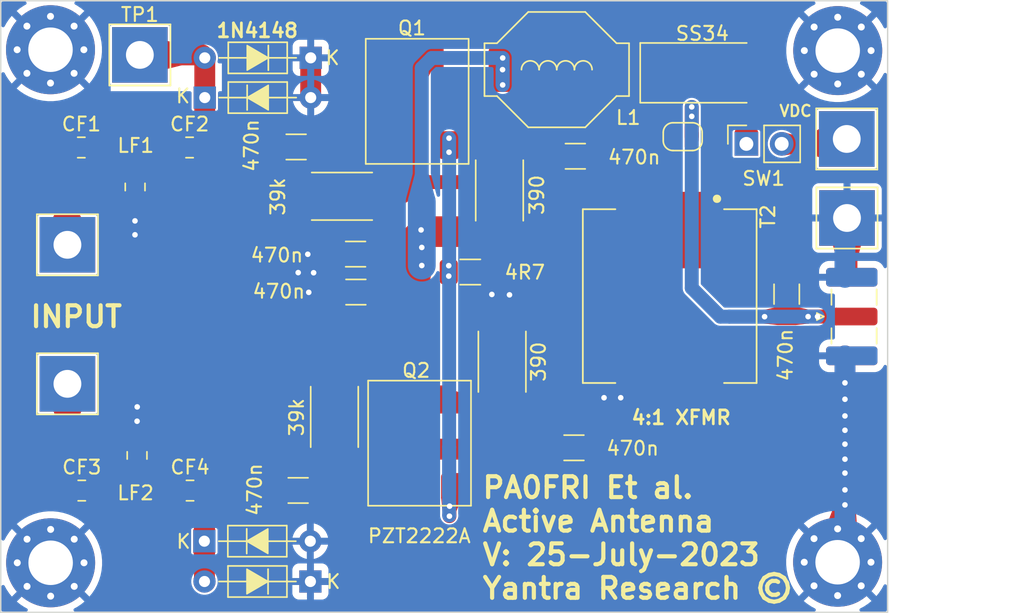
<source format=kicad_pcb>
(kicad_pcb
	(version 20241228)
	(generator "pcbnew")
	(generator_version "9.0")
	(general
		(thickness 1.6)
		(legacy_teardrops no)
	)
	(paper "User" 299.999 299.999)
	(layers
		(0 "F.Cu" signal)
		(2 "B.Cu" signal)
		(9 "F.Adhes" user "F.Adhesive")
		(13 "F.Paste" user)
		(5 "F.SilkS" user "F.Silkscreen")
		(1 "F.Mask" user)
		(3 "B.Mask" user)
		(17 "Dwgs.User" user "User.Drawings")
		(19 "Cmts.User" user "User.Comments")
		(21 "Eco1.User" user "User.Eco1")
		(23 "Eco2.User" user "User.Eco2")
		(25 "Edge.Cuts" user)
		(27 "Margin" user)
		(31 "F.CrtYd" user "F.Courtyard")
		(29 "B.CrtYd" user "B.Courtyard")
		(35 "F.Fab" user)
	)
	(setup
		(pad_to_mask_clearance 0)
		(allow_soldermask_bridges_in_footprints no)
		(tenting front back)
		(pcbplotparams
			(layerselection 0x000011a0_7fffffff)
			(plot_on_all_layers_selection 0x00000000_00000000)
			(disableapertmacros no)
			(usegerberextensions no)
			(usegerberattributes yes)
			(usegerberadvancedattributes yes)
			(creategerberjobfile yes)
			(dashed_line_dash_ratio 12.000000)
			(dashed_line_gap_ratio 3.000000)
			(svgprecision 6)
			(plotframeref no)
			(mode 1)
			(useauxorigin no)
			(hpglpennumber 1)
			(hpglpenspeed 20)
			(hpglpendiameter 15.000000)
			(pdf_front_fp_property_popups yes)
			(pdf_back_fp_property_popups yes)
			(pdf_metadata yes)
			(dxfpolygonmode yes)
			(dxfimperialunits yes)
			(dxfusepcbnewfont yes)
			(psnegative no)
			(psa4output no)
			(plotinvisibletext no)
			(sketchpadsonfab no)
			(plotpadnumbers no)
			(hidednponfab no)
			(sketchdnponfab yes)
			(crossoutdnponfab yes)
			(subtractmaskfromsilk no)
			(outputformat 4)
			(mirror no)
			(drillshape 2)
			(scaleselection 1)
			(outputdirectory "plots/")
		)
	)
	(net 0 "")
	(net 1 "GND")
	(net 2 "+VDC")
	(net 3 "Net-(ANTENNA1-In)")
	(net 4 "Net-(D1-A)")
	(net 5 "Net-(J1-Pin_1)")
	(net 6 "Net-(Q2-B)")
	(net 7 "Net-(Q1-B)")
	(net 8 "Net-(C3-Pad1)")
	(net 9 "Net-(Q1-C)")
	(net 10 "Net-(C5-Pad2)")
	(net 11 "Net-(C6-Pad2)")
	(net 12 "Net-(Q2-C)")
	(net 13 "Net-(C7-Pad1)")
	(net 14 "Net-(Q1-E)")
	(net 15 "Net-(J2-Pin_1)")
	(net 16 "Net-(CF1-Pad2)")
	(net 17 "Net-(CF3-Pad2)")
	(net 18 "Net-(J4-Pin_1)")
	(net 19 "Net-(D5-K)")
	(net 20 "Net-(D2-K)")
	(footprint "PCM_Diode_THT_AKL:D_DO-35_SOD27_P7.62mm_Horizontal" (layer "F.Cu") (at 23.5 6.55 180))
	(pad "2" thru_hole oval
		(at 7.62 0 180)
		(size 1.6 1.6)
		(drill 0.8)
		(layers "*.Cu" "*.Mask")
		(remove_unused_layers no)
		(net 4 "Net-(D1-A)")
		(pinfunction "A")
		(pintype "passive")
		(teardrops
			(best_length_ratio 0.5)
			(max_length 1)
			(best_width_ratio 1)
			(max_width 2)
			(curved_edges no)filter_ratio 0.9)
		(enabled yes)
		(allow_two_segments yes)
		(prefer_zone_connections yes)
	)
	(uuid "e9e25450-c7d3-44ca-81bb-7ca1eac3962a")
)
(embedded_fonts no)
(model "${KICAD6_3DMODEL_DIR}/Diode_THT.3dshapes/D_DO-35_SOD27_P7.62mm_Horizontal.wrl"
	(offset
		(xyz 0 0 0)
	)
	(scale
		(xyz 1 1 1)
	)
	(rotate
		(xyz 0 0 0)
	)
)
)
(footprint "MountingHole:MountingHole_3.2mm_M3_Pad_Via" (layer "F.Cu") (at 4.792944 42.872944))
(pad "1" thru_hole circle
	(at -1.697056 -1.697056)
	(size 0.8 0.8)
	(drill 0.5)
	(layers "*.Cu" "*.Mask")
	(remove_unused_layers no)
	(net 1 "GND")
	(pinfunction "1")
	(pintype "input")
	(teardrops
		(best_length_ratio 0.5)
		(max_length 1)
		(best_width_ratio 1)
		(max_width 2)
		(curved_edges no)filter_ratio 0.9)
	(enabled yes)
	(allow_two_segments yes)
	(prefer_zone_connections yes)
)
(uuid "c99145c6-61be-48d3-b127-de7edfd50de2")
)
(pad "1" thru_hole circle
	(at -1.697056 1.697056)
	(size 0.8 0.8)
	(drill 0.5)
	(layers "*.Cu" "*.Mask")
	(remove_unused_layers no)
	(net 1 "GND")
	(pinfunction "1")
	(pintype "input")
	(teardrops
		(best_length_ratio 0.5)
		(max_length 1)
		(best_width_ratio 1)
		(max_width 2)
		(curved_edges no)filter_ratio 0.9)
	(enabled yes)
	(allow_two_segments yes)
	(prefer_zone_connections yes)
)
(uuid "80552650-b07f-403e-b160-e05016e3d76a")
)
(pad "1" thru_hole circle
	(at 0 -2.4)
	(size 0.8 0.8)
	(drill 0.5)
	(layers "*.Cu" "*.Mask")
	(remove_unused_layers no)
	(net 1 "GND")
	(pinfunction "1")
	(pintype "input")
	(teardrops
		(best_length_ratio 0.5)
		(max_length 1)
		(best_width_ratio 1)
		(max_width 2)
		(curved_edges no)filter_ratio 0.9)
	(enabled yes)
	(allow_two_segments yes)
	(prefer_zone_connections yes)
)
(uuid "7b3390b1-b3bc-4785-ae1e-229a11cf9346")
)
(pad "1" thru_hole circle
	(at 0 0)
	(size 6.4 6.4)
	(drill 3.2)
	(layers "*.Cu" "*.Mask")
	(remove_unused_layers no)
	(net 1 "GND")
	(pinfunction "1")
	(pintype "input")
	(teardrops
		(best_length_ratio 0.5)
		(max_length 1)
		(best_width_ratio 1)
		(max_width 2)
		(curved_edges no)filter_ratio 0.9)
	(enabled yes)
	(allow_two_segments yes)
	(prefer_zone_connections yes)
)
(uuid "b7448d6a-d73c-4e53-a923-8568e8029375")
)
(pad "1" thru_hole circle
	(at 0 2.4)
	(size 0.8 0.8)
	(drill 0.5)
	(layers "*.Cu" "*.Mask")
	(remove_unused_layers no)
	(net 1 "GND")
	(pinfunction "1")
	(pintype "input")
	(teardrops
		(best_length_ratio 0.5)
		(max_length 1)
		(best_width_ratio 1)
		(max_width 2)
		(curved_edges no)filter_ratio 0.9)
	(enabled yes)
	(allow_two_segments yes)
	(prefer_zone_connections yes)
)
(uuid "0fdef777-ea11-4645-a308-112d81b44501")
)
(pad "1" thru_hole circle
	(at 1.697056 -1.697056)
	(size 0.8 0.8)
	(drill 0.5)
	(layers "*.Cu" "*.Mask")
	(remove_unused_layers no)
	(net 1 "GND")
	(pinfunction "1")
	(pintype "input")
	(teardrops
		(best_length_ratio 0.5)
		(max_length 1)
		(best_width_ratio 1)
		(max_width 2)
		(curved_edges no)filter_ratio 0.9)
	(enabled yes)
	(allow_two_segments yes)
	(prefer_zone_connections yes)
)
(uuid "022e0e40-70ea-4cdb-b0b8-8b2c91f5ba07")
)
(pad "1" thru_hole circle
	(at 1.697056 1.697056)
	(size 0.8 0.8)
	(drill 0.5)
	(layers "*.Cu" "*.Mask")
	(remove_unused_layers no)
	(net 1 "GND")
	(pinfunction "1")
	(pintype "input")
	(teardrops
		(best_length_ratio 0.5)
		(max_length 1)
		(best_width_ratio 1)
		(max_width 2)
		(curved_edges no)filter_ratio 0.9)
	(enabled yes)
	(allow_two_segments yes)
	(prefer_zone_connections yes)
)
(uuid "71237f2d-442e-49b3-8fc3-a8ee5d7b7389")
)
(pad "1" thru_hole circle
	(at 2.4 0)
	(size 0.8 0.8)
	(drill 0.5)
	(layers "*.Cu" "*.Mask")
	(remove_unused_layers no)
	(net 1 "GND")
	(pinfunction "1")
	(pintype "input")
	(teardrops
		(best_length_ratio 0.5)
		(max_length 1)
		(best_width_ratio 1)
		(max_width 2)
		(curved_edges no)filter_ratio 0.9)
	(enabled yes)
	(allow_two_segments yes)
	(prefer_zone_connections yes)
)
(uuid "a79421a1-c08a-4b27-9a26-95a709d10c6a")
)
(embedded_fonts no)
)
(footprint "Capacitor_SMD:C_1206_3216Metric_Pad1.33x1.80mm_HandSolder" (layer "F.Cu") (at 42.5375 13.63))
(pad "2" smd roundrect
	(at 1.5625 0)
	(size 1.325 1.8)
	(layers "F.Cu" "F.Mask" "F.Paste")
	(roundrect_rratio 0.188679)
	(net 10 "Net-(C5-Pad2)")
	(pintype "passive")
	(teardrops
		(best_length_ratio 0.5)
		(max_length 1)
		(best_width_ratio 1)
		(max_width 2)
		(curved_edges no)filter_ratio 0.9)
	(enabled yes)
	(allow_two_segments yes)
	(prefer_zone_connections yes)
)
(uuid "bf45db2a-d4b6-49b2-ae32-cf6892b72f11")
)
(embedded_fonts no)
(model "${KICAD8_3DMODEL_DIR}/Capacitor_SMD.3dshapes/C_1206_3216Metric.wrl"
	(offset
		(xyz 0 0 0)
	)
	(scale
		(xyz 1 1 1)
	)
	(rotate
		(xyz 0 0 0)
	)
)
)
(footprint "Connector_Coaxial:SMA_Samtec_SMA-J-P-H-ST-EM1_EdgeMount" (layer "F.Cu") (at 62.67 25.16))
(pad "2" smd roundrect
	(at -0.25 -2.825 90)
	(size 1.35 3.7)
	(layers "F.Cu" "F.Mask")
	(roundrect_rratio 0.1851851852)
	(net 1 "GND")
	(pinfunction "Ext")
	(pintype "passive")
	(teardrops
		(best_length_ratio 0.5)
		(max_length 1)
		(best_width_ratio 1)
		(max_width 2)
		(curved_edges no)filter_ratio 0.9)
	(enabled yes)
	(allow_two_segments yes)
	(prefer_zone_connections yes)
)
(uuid "ec0ed20b-6bf5-4d9d-9873-b751127b1e4b")
)
(pad "2" smd roundrect
	(at -0.25 -2.825 90)
	(size 1.35 3.7)
	(layers "B.Cu" "B.Mask")
	(roundrect_rratio 0.1851851852)
	(net 1 "GND")
	(pinfunction "Ext")
	(pintype "passive")
	(teardrops
		(best_length_ratio 0.5)
		(max_length 1)
		(best_width_ratio 1)
		(max_width 2)
		(curved_edges no)filter_ratio 0.9)
	(enabled yes)
	(allow_two_segments yes)
	(prefer_zone_connections yes)
)
(uuid "3e0ad024-f882-40f0-93e9-a0ce53321911")
)
(pad "2" smd roundrect
	(at -0.25 2.825 90)
	(size 1.35 3.7)
	(layers "F.Cu" "F.Mask")
	(roundrect_rratio 0.1851851852)
	(net 1 "GND")
	(pinfunction "Ext")
	(pintype "passive")
	(teardrops
		(best_length_ratio 0.5)
		(max_length 1)
		(best_width_ratio 1)
		(max_width 2)
		(curved_edges no)filter_ratio 0.9)
	(enabled yes)
	(allow_two_segments yes)
	(prefer_zone_connections yes)
)
(uuid "e03d9211-6cae-42a3-8c72-df72c34a7970")
)
(pad "2" smd roundrect
	(at -0.25 2.825 90)
	(size 1.35 3.7)
	(layers "B.Cu" "B.Mask")
	(roundrect_rratio 0.1851851852)
	(net 1 "GND")
	(pinfunction "Ext")
	(pintype "passive")
	(teardrops
		(best_length_ratio 0.5)
		(max_length 1)
		(best_width_ratio 1)
		(max_width 2)
		(curved_edges no)filter_ratio 0.9)
	(enabled yes)
	(allow_two_segments yes)
	(prefer_zone_connections yes)
)
(uuid "859fee08-eac6-490a-9df4-f704e34d390b")
)
(embedded_fonts no)
(model "${KICAD8_3DMODEL_DIR}/Connector_Coaxial.3dshapes/SMA_Samtec_SMA-J-P-H-ST-EM1_EdgeMount.wrl"
	(offset
		(xyz 0 0 0)
	)
	(scale
		(xyz 1 1 1)
	)
	(rotate
		(xyz 0 0 0)
	)
)
)
(footprint "TestPoint:TestPoint_THTPad_4.0x4.0mm_Drill2.0mm" (layer "F.Cu") (at 62.06 12.385888))
(embedded_fonts no)
)
(footprint "Capacitor_SMD:C_1206_3216Metric_Pad1.33x1.80mm_HandSolder" (layer "F.Cu") (at 22.5975 37.67))
(pad "2" smd roundrect
	(at 1.5625 0)
	(size 1.325 1.8)
	(layers "F.Cu" "F.Mask" "F.Paste")
	(roundrect_rratio 0.188679)
	(net 6 "Net-(Q2-B)")
	(pintype "passive")
	(teardrops
		(best_length_ratio 0.5)
		(max_length 1)
		(best_width_ratio 1)
		(max_width 2)
		(curved_edges no)filter_ratio 0.9)
	(enabled yes)
	(allow_two_segments yes)
	(prefer_zone_connections yes)
)
(uuid "ae143561-44e6-472e-b9a3-e3caa9ebd2fa")
)
(embedded_fonts no)
(model "${KICAD8_3DMODEL_DIR}/Capacitor_SMD.3dshapes/C_1206_3216Metric.wrl"
	(offset
		(xyz 0 0 0)
	)
	(scale
		(xyz 1 1 1)
	)
	(rotate
		(xyz 0 0 0)
	)
)
)
(footprint "PCM_Package_TO_SOT_SMD_AKL:SOT-223-3_TabPin2" (layer "F.Cu") (at 31.33 34.27 90))
(pad "2" smd roundrect
	(at -3.15 0 90)
	(size 2 1.5)
	(layers "F.Cu" "F.Mask" "F.Paste")
	(roundrect_rratio 0.1666666667)
	(net 12 "Net-(Q2-C)")
	(pinfunction "C")
	(pintype "passive")
	(teardrops
		(best_length_ratio 0.5)
		(max_length 1)
		(best_width_ratio 1)
		(max_width 2)
		(curved_edges no)filter_ratio 0.9)
	(enabled yes)
	(allow_two_segments yes)
	(prefer_zone_connections yes)
)
(uuid "82fc3b8e-21a3-479e-9a48-778856f3e57f")
)
(pad "2" smd roundrect
	(at 3.15 0 90)
	(size 2 3.8)
	(layers "F.Cu" "F.Mask" "F.Paste")
	(roundrect_rratio 0.125)
	(net 12 "Net-(Q2-C)")
	(pinfunction "C")
	(pintype "passive")
	(teardrops
		(best_length_ratio 0.5)
		(max_length 1)
		(best_width_ratio 1)
		(max_width 2)
		(curved_edges no)filter_ratio 0.9)
	(enabled yes)
	(allow_two_segments yes)
	(prefer_zone_connections yes)
)
(uuid "eed3c8af-fa16-42a4-828e-63c597bf3eca")
)
(pad "3" smd roundrect
	(at -3.15 2.3 90)
	(size 2 1.5)
	(layers "F.Cu" "F.Mask" "F.Paste")
	(roundrect_rratio 0.1666666667)
	(net 14 "Net-(Q1-E)")
	(pinfunction "E")
	(pintype "passive")
	(teardrops
		(best_length_ratio 0.5)
		(max_length 1)
		(best_width_ratio 1)
		(max_width 2)
		(curved_edges no)filter_ratio 0.9)
	(enabled yes)
	(allow_two_segments yes)
	(prefer_zone_connections yes)
)
(uuid "c3bc9684-a35f-4cef-8d28-56d00944a775")
)
(embedded_fonts no)
(model "${KICAD6_3DMODEL_DIR}/Package_TO_SOT_SMD.3dshapes/SOT-223.wrl"
	(offset
		(xyz 0 0 0)
	)
	(scale
		(xyz 1 1 1)
	)
	(rotate
		(xyz 0 0 0)
	)
)
)
(footprint "Diode_SMD:D_SMA-SMB_Universal_Handsoldering" (layer "F.Cu") (at 52.1625 7.63))
(pad "2" smd trapezoid
	(at 2.9 0 180)
	(size 3.6 1.7)
	(rect_delta 0.6 0)
	(layers "F.Cu" "F.Mask" "F.Paste")
	(net 2 "+VDC")
	(pinfunction "A")
	(pintype "passive")
	(teardrops
		(best_length_ratio 0.5)
		(max_length 1)
		(best_width_ratio 1)
		(max_width 2)
		(curved_edges no)filter_ratio 0.9)
	(enabled yes)
	(allow_two_segments yes)
	(prefer_zone_connections yes)
)
(uuid "1aaf1b05-2524-469c-a32c-ffb64a98a8dd")
)
(embedded_fonts no)
(model "${KICAD8_3DMODEL_DIR}/Diode_SMD.3dshapes/D_SMB.wrl"
	(offset
		(xyz 0 0 0)
	)
	(scale
		(xyz 1 1 1)
	)
	(rotate
		(xyz 0 0 0)
	)
)
)
(footprint "Resistor_SMD:R_2512_6332Metric" (layer "F.Cu") (at 25.21 32.38 90))
(pad "2" smd roundrect
	(at 2.9625 0 90)
	(size 1.225 3.35)
	(layers "F.Cu" "F.Mask" "F.Paste")
	(roundrect_rratio 0.204082)
	(net 12 "Net-(Q2-C)")
	(pintype "passive")
	(teardrops
		(best_length_ratio 0.5)
		(max_length 1)
		(best_width_ratio 1)
		(max_width 2)
		(curved_edges no)filter_ratio 0.9)
	(enabled yes)
	(allow_two_segments yes)
	(prefer_zone_connections yes)
)
(uuid "30a8f6d9-244f-415e-a113-43452f056426")
)
(embedded_fonts no)
(model "${KICAD8_3DMODEL_DIR}/Resistor_SMD.3dshapes/R_2512_6332Metric.wrl"
	(offset
		(xyz 0 0 0)
	)
	(scale
		(xyz 1 1 1)
	)
	(rotate
		(xyz 0 0 0)
	)
)
)
(footprint "Capacitor_SMD:C_1206_3216Metric_Pad1.33x1.80mm_HandSolder" (layer "F.Cu") (at 26.75 23.4 180))
(pad "2" smd roundrect
	(at 1.5625 0 180)
	(size 1.325 1.8)
	(layers "F.Cu" "F.Mask" "F.Paste")
	(roundrect_rratio 0.188679)
	(net 1 "GND")
	(pintype "passive")
	(teardrops
		(best_length_ratio 0.5)
		(max_length 1)
		(best_width_ratio 1)
		(max_width 2)
		(curved_edges no)filter_ratio 0.9)
	(enabled yes)
	(allow_two_segments yes)
	(prefer_zone_connections yes)
)
(uuid "c8f938fd-cd06-4b08-b8a0-7fd4d95406c9")
)
(embedded_fonts no)
(model "${KICAD8_3DMODEL_DIR}/Capacitor_SMD.3dshapes/C_1206_3216Metric.wrl"
	(offset
		(xyz 0 0 0)
	)
	(scale
		(xyz 1 1 1)
	)
	(rotate
		(xyz 0 0 0)
	)
)
)
(footprint "Resistor_SMD:R_2512_6332Metric" (layer "F.Cu") (at 37.08 16.09 90))
(pad "2" smd roundrect
	(at 2.9625 0 90)
	(size 1.225 3.35)
	(layers "F.Cu" "F.Mask" "F.Paste")
	(roundrect_rratio 0.204082)
	(net 9 "Net-(Q1-C)")
	(pintype "passive")
	(teardrops
		(best_length_ratio 0.5)
		(max_length 1)
		(best_width_ratio 1)
		(max_width 2)
		(curved_edges no)filter_ratio 0.9)
	(enabled yes)
	(allow_two_segments yes)
	(prefer_zone_connections yes)
)
(uuid "f4d86cda-dceb-4d7c-b8b5-2045c74487b4")
)
(embedded_fonts no)
(model "${KICAD8_3DMODEL_DIR}/Resistor_SMD.3dshapes/R_2512_6332Metric.wrl"
	(offset
		(xyz 0 0 0)
	)
	(scale
		(xyz 1 1 1)
	)
	(rotate
		(xyz 0 0 0)
	)
)
)
(footprint "Capacitor_SMD:C_1206_3216Metric_Pad1.33x1.80mm_HandSolder" (layer "F.Cu") (at 22.4525 12.96))
(pad "2" smd roundrect
	(at 1.5625 0)
	(size 1.325 1.8)
	(layers "F.Cu" "F.Mask" "F.Paste")
	(roundrect_rratio 0.188679)
	(net 7 "Net-(Q1-B)")
	(pintype "passive")
	(teardrops
		(best_length_ratio 0.5)
		(max_length 1)
		(best_width_ratio 1)
		(max_width 2)
		(curved_edges no)filter_ratio 0.9)
	(enabled yes)
	(allow_two_segments yes)
	(prefer_zone_connections yes)
)
(uuid "e3d158df-4776-4fdb-96f0-2ef5a3bceb47")
)
(embedded_fonts no)
(model "${KICAD8_3DMODEL_DIR}/Capacitor_SMD.3dshapes/C_1206_3216Metric.wrl"
	(offset
		(xyz 0 0 0)
	)
	(scale
		(xyz 1 1 1)
	)
	(rotate
		(xyz 0 0 0)
	)
)
)
(footprint "MountingHole:MountingHole_3.2mm_M3_Pad_Via" (layer "F.Cu") (at 61.402944 42.832944))
(pad "1" thru_hole circle
	(at -1.697056 -1.697056)
	(size 0.8 0.8)
	(drill 0.5)
	(layers "*.Cu" "*.Mask")
	(remove_unused_layers no)
	(net 1 "GND")
	(pinfunction "1")
	(pintype "input")
	(teardrops
		(best_length_ratio 0.5)
		(max_length 1)
		(best_width_ratio 1)
		(max_width 2)
		(curved_edges no)filter_ratio 0.9)
	(enabled yes)
	(allow_two_segments yes)
	(prefer_zone_connections yes)
)
(uuid "5e8b5d87-dfc3-428d-ba15-f2500d918fb3")
)
(pad "1" thru_hole circle
	(at -1.697056 1.697056)
	(size 0.8 0.8)
	(drill 0.5)
	(layers "*.Cu" "*.Mask")
	(remove_unused_layers no)
	(net 1 "GND")
	(pinfunction "1")
	(pintype "input")
	(teardrops
		(best_length_ratio 0.5)
		(max_length 1)
		(best_width_ratio 1)
		(max_width 2)
		(curved_edges no)filter_ratio 0.9)
	(enabled yes)
	(allow_two_segments yes)
	(prefer_zone_connections yes)
)
(uuid "ca2beb51-2aae-4426-a2cc-4e3c309db7fb")
)
(pad "1" thru_hole circle
	(at 0 -2.4)
	(size 0.8 0.8)
	(drill 0.5)
	(layers "*.Cu" "*.Mask")
	(remove_unused_layers no)
	(net 1 "GND")
	(pinfunction "1")
	(pintype "input")
	(teardrops
		(best_length_ratio 0.5)
		(max_length 1)
		(best_width_ratio 1)
		(max_width 2)
		(curved_edges no)filter_ratio 0.9)
	(enabled yes)
	(allow_two_segments yes)
	(prefer_zone_connections yes)
)
(uuid "77588099-9aeb-4400-9eaf-2c03ca09afe4")
)
(pad "1" thru_hole circle
	(at 0 0)
	(size 6.4 6.4)
	(drill 3.2)
	(layers "*.Cu" "*.Mask")
	(remove_unused_layers no)
	(net 1 "GND")
	(pinfunction "1")
	(pintype "input")
	(teardrops
		(best_length_ratio 0.5)
		(max_length 1)
		(best_width_ratio 1)
		(max_width 2)
		(curved_edges no)filter_ratio 0.9)
	(enabled yes)
	(allow_two_segments yes)
	(prefer_zone_connections yes)
)
(uuid "b15728a7-d1cb-4acd-a2c2-ed948c69c56f")
)
(pad "1" thru_hole circle
	(at 0 2.4)
	(size 0.8 0.8)
	(drill 0.5)
	(layers "*.Cu" "*.Mask")
	(remove_unused_layers no)
	(net 1 "GND")
	(pinfunction "1")
	(pintype "input")
	(teardrops
		(best_length_ratio 0.5)
		(max_length 1)
		(best_width_ratio 1)
		(max_width 2)
		(curved_edges no)filter_ratio 0.9)
	(enabled yes)
	(allow_two_segments yes)
	(prefer_zone_connections yes)
)
(uuid "cceb42e0-7fa7-4c42-9405-177251330111")
)
(pad "1" thru_hole circle
	(at 1.697056 -1.697056)
	(size 0.8 0.8)
	(drill 0.5)
	(layers "*.Cu" "*.Mask")
	(remove_unused_layers no)
	(net 1 "GND")
	(pinfunction "1")
	(pintype "input")
	(teardrops
		(best_length_ratio 0.5)
		(max_length 1)
		(best_width_ratio 1)
		(max_width 2)
		(curved_edges no)filter_ratio 0.9)
	(enabled yes)
	(allow_two_segments yes)
	(prefer_zone_connections yes)
)
(uuid "461aeecc-4dc4-4fd2-8997-ba3c3fedfe57")
)
(pad "1" thru_hole circle
	(at 1.697056 1.697056)
	(size 0.8 0.8)
	(drill 0.5)
	(layers "*.Cu" "*.Mask")
	(remove_unused_layers no)
	(net 1 "GND")
	(pinfunction "1")
	(pintype "input")
	(teardrops
		(best_length_ratio 0.5)
		(max_length 1)
		(best_width_ratio 1)
		(max_width 2)
		(curved_edges no)filter_ratio 0.9)
	(enabled yes)
	(allow_two_segments yes)
	(prefer_zone_connections yes)
)
(uuid "fe2b255a-d8da-4421-8a41-00cec01fc0f3")
)
(pad "1" thru_hole circle
	(at 2.4 0)
	(size 0.8 0.8)
	(drill 0.5)
	(layers "*.Cu" "*.Mask")
	(remove_unused_layers no)
	(net 1 "GND")
	(pinfunction "1")
	(pintype "input")
	(teardrops
		(best_length_ratio 0.5)
		(max_length 1)
		(best_width_ratio 1)
		(max_width 2)
		(curved_edges no)filter_ratio 0.9)
	(enabled yes)
	(allow_two_segments yes)
	(prefer_zone_connections yes)
)
(uuid "9459a698-e18e-48bd-9f9d-3f8c1c2e525e")
)
(embedded_fonts no)
)
(footprint "Capacitor_SMD:C_0805_2012Metric_Pad1.18x1.45mm_HandSolder" (layer "F.Cu") (at 7.0325 37.68))
(pad "2" smd roundrect
	(at 1.0375 0)
	(size 1.175 1.45)
	(layers "F.Cu" "F.Mask" "F.Paste")
	(roundrect_rratio 0.212766)
	(net 17 "Net-(CF3-Pad2)")
	(pintype "passive")
	(teardrops
		(best_length_ratio 0.5)
		(max_length 1)
		(best_width_ratio 1)
		(max_width 2)
		(curved_edges no)filter_ratio 0.9)
	(enabled yes)
	(allow_two_segments yes)
	(prefer_zone_connections yes)
)
(uuid "233cb68c-5eaa-4714-9686-ca1adbefd9f2")
)
(embedded_fonts no)
(model "${KICAD8_3DMODEL_DIR}/Capacitor_SMD.3dshapes/C_0805_2012Metric.wrl"
	(offset
		(xyz 0 0 0)
	)
	(scale
		(xyz 1 1 1)
	)
	(rotate
		(xyz 0 0 0)
	)
)
)
(footprint "Capacitor_SMD:C_0805_2012Metric_Pad1.18x1.45mm_HandSolder" (layer "F.Cu") (at 14.7875 13))
(pad "2" smd roundrect
	(at 1.0375 0)
	(size 1.175 1.45)
	(layers "F.Cu" "F.Mask" "F.Paste")
	(roundrect_rratio 0.212766)
	(net 4 "Net-(D1-A)")
	(pintype "passive")
	(teardrops
		(best_length_ratio 0.5)
		(max_length 1)
		(best_width_ratio 1)
		(max_width 2)
		(curved_edges no)filter_ratio 0.9)
	(enabled yes)
	(allow_two_segments yes)
	(prefer_zone_connections yes)
)
(uuid "02cf299d-b143-4634-827a-e264f84a9c07")
)
(embedded_fonts no)
(model "${KICAD8_3DMODEL_DIR}/Capacitor_SMD.3dshapes/C_0805_2012Metric.wrl"
	(offset
		(xyz 0 0 0)
	)
	(scale
		(xyz 1 1 1)
	)
	(rotate
		(xyz 0 0 0)
	)
)
)
(footprint "Inductor_SMD:L_0805_2012Metric_Pad1.15x1.40mm_HandSolder" (layer "F.Cu") (at 11.01 35.15 90))
(pad "2" smd roundrect
	(at 1.025 0 90)
	(size 1.15 1.4)
	(layers "F.Cu" "F.Mask" "F.Paste")
	(roundrect_rratio 0.217391)
	(net 1 "GND")
	(pintype "passive")
	(teardrops
		(best_length_ratio 0.5)
		(max_length 1)
		(best_width_ratio 1)
		(max_width 2)
		(curved_edges no)filter_ratio 0.9)
	(enabled yes)
	(allow_two_segments yes)
	(prefer_zone_connections yes)
)
(uuid "8c4493aa-ee8b-4970-87a3-8925cd36f84d")
)
(embedded_fonts no)
(model "${KICAD8_3DMODEL_DIR}/Inductor_SMD.3dshapes/L_0805_2012Metric.wrl"
	(offset
		(xyz 0 0 0)
	)
	(scale
		(xyz 1 1 1)
	)
	(rotate
		(xyz 0 0 0)
	)
)
)
(footprint "Resistor_SMD:R_2512_6332Metric" (layer "F.Cu") (at 25.75 16.51))
(pad "2" smd roundrect
	(at 2.9625 0)
	(size 1.225 3.35)
	(layers "F.Cu" "F.Mask" "F.Paste")
	(roundrect_rratio 0.204082)
	(net 9 "Net-(Q1-C)")
	(pintype "passive")
	(teardrops
		(best_length_ratio 0.5)
		(max_length 1)
		(best_width_ratio 1)
		(max_width 2)
		(curved_edges no)filter_ratio 0.9)
	(enabled yes)
	(allow_two_segments yes)
	(prefer_zone_connections yes)
)
(uuid "23cf1188-ee3e-40d3-bc13-ddeb8e98997e")
)
(embedded_fonts no)
(model "${KICAD8_3DMODEL_DIR}/Resistor_SMD.3dshapes/R_2512_6332Metric.wrl"
	(offset
		(xyz 0 0 0)
	)
	(scale
		(xyz 1 1 1)
	)
	(rotate
		(xyz 0 0 0)
	)
)
)
(footprint "Capacitor_SMD:C_1206_3216Metric_Pad1.33x1.80mm_HandSolder" (layer "F.Cu") (at 26.7275 20.67 180))
(pad "2" smd roundrect
	(at 1.5625 0 180)
	(size 1.325 1.8)
	(layers "F.Cu" "F.Mask" "F.Paste")
	(roundrect_rratio 0.188679)
	(net 1 "GND")
	(pintype "passive")
	(teardrops
		(best_length_ratio 0.5)
		(max_length 1)
		(best_width_ratio 1)
		(max_width 2)
		(curved_edges no)filter_ratio 0.9)
	(enabled yes)
	(allow_two_segments yes)
	(prefer_zone_connections yes)
)
(uuid "3158a7d6-8829-4e11-8608-e98365343552")
)
(embedded_fonts no)
(model "${KICAD8_3DMODEL_DIR}/Capacitor_SMD.3dshapes/C_1206_3216Metric.wrl"
	(offset
		(xyz 0 0 0)
	)
	(scale
		(xyz 1 1 1)
	)
	(rotate
		(xyz 0 0 0)
	)
)
)
(footprint "Jumper:SolderJumper-2_P1.3mm_Open_RoundedPad1.0x1.5mm" (layer "F.Cu") (at 50.26 12.22))
(pad "2" smd custom
	(at 0.65 0)
	(size 1 0.5)
	(layers "F.Cu" "F.Mask")
	(net 3 "Net-(ANTENNA1-In)")
	(pinfunction "B")
	(pintype "passive")
	(zone_connect 2)
	(thermal_bridge_angle 45)
	(options
		(clearance outline)
		(anchor rect)
	)
	(primitives
		(gr_circle
			(center 0 0.25)
			(end 0.5 0.25)
			(width 0)
			(fill yes)
		)
		(gr_circle
			(center 0 -0.25)
			(end 0.5 -0.25)
			(width 0)
			(fill yes)
		)
		(gr_poly
			(pts
				(xy 0 0.75) (xy -0.5 0.75) (xy -0.5 -0.75) (xy 0 -0.75)
			)
			(width 0)
			(fill yes)
		)
	)
	(teardrops
		(best_length_ratio 0.5)
		(max_length 1)
		(best_width_ratio 1)
		(max_width 2)
		(curved_edges no)filter_ratio 0.9)
	(enabled yes)
	(allow_two_segments yes)
	(prefer_zone_connections yes)
)
(uuid "7dfde0e5-282c-4c28-bba3-0113eb851760")
)
(embedded_fonts no)
)
(footprint "Resistor_SMD:R_2512_6332Metric" (layer "F.Cu") (at 37.27 28.41 90))
(pad "2" smd roundrect
	(at 2.9625 0 90)
	(size 1.225 3.35)
	(layers "F.Cu" "F.Mask" "F.Paste")
	(roundrect_rratio 0.204082)
	(net 8 "Net-(C3-Pad1)")
	(pintype "passive")
	(teardrops
		(best_length_ratio 0.5)
		(max_length 1)
		(best_width_ratio 1)
		(max_width 2)
		(curved_edges no)filter_ratio 0.9)
	(enabled yes)
	(allow_two_segments yes)
	(prefer_zone_connections yes)
)
(uuid "6822b47e-80fb-490e-858c-7bf7c19cfb2a")
)
(embedded_fonts no)
(model "${KICAD8_3DMODEL_DIR}/Resistor_SMD.3dshapes/R_2512_6332Metric.wrl"
	(offset
		(xyz 0 0 0)
	)
	(scale
		(xyz 1 1 1)
	)
	(rotate
		(xyz 0 0 0)
	)
)
)
(footprint "PCM_Diode_THT_AKL:D_DO-35_SOD27_P7.62mm_Horizontal" (layer "F.Cu") (at 23.48 44.22 180))
(pad "2" thru_hole oval
	(at 7.62 0 180)
	(size 1.6 1.6)
	(drill 0.8)
	(layers "*.Cu" "*.Mask")
	(remove_unused_layers no)
	(net 20 "Net-(D2-K)")
	(pinfunction "A")
	(pintype "passive")
	(teardrops
		(best_length_ratio 0.5)
		(max_length 1)
		(best_width_ratio 1)
		(max_width 2)
		(curved_edges no)filter_ratio 0.9)
	(enabled yes)
	(allow_two_segments yes)
	(prefer_zone_connections yes)
)
(uuid "53cda384-a1b3-4df8-98be-249175b51c87")
)
(embedded_fonts no)
(model "${KICAD6_3DMODEL_DIR}/Diode_THT.3dshapes/D_DO-35_SOD27_P7.62mm_Horizontal.wrl"
	(offset
		(xyz 0 0 0)
	)
	(scale
		(xyz 1 1 1)
	)
	(rotate
		(xyz 0 0 0)
	)
)
)
(footprint "TestPoint:TestPoint_THTPad_4.0x4.0mm_Drill2.0mm" (layer "F.Cu") (at 6 20))
(embedded_fonts no)
)
(footprint "MountingHole:MountingHole_3.2mm_M3_Pad_Via" (layer "F.Cu") (at 4.782944 5.967056))
(pad "1" thru_hole circle
	(at -1.697056 -1.697056)
	(size 0.8 0.8)
	(drill 0.5)
	(layers "*.Cu" "*.Mask")
	(remove_unused_layers no)
	(net 1 "GND")
	(pinfunction "1")
	(pintype "input")
	(zone_connect 2)
	(teardrops
		(best_length_ratio 0.5)
		(max_length 1)
		(best_width_ratio 1)
		(max_width 2)
		(curved_edges no)filter_ratio 0.9)
	(enabled yes)
	(allow_two_segments yes)
	(prefer_zone_connections yes)
)
(uuid "c4c4bf20-fd17-4a10-9a9b-73d5320025e0")
)
(pad "1" thru_hole circle
	(at -1.697056 1.697056)
	(size 0.8 0.8)
	(drill 0.5)
	(layers "*.Cu" "*.Mask")
	(remove_unused_layers no)
	(net 1 "GND")
	(pinfunction "1")
	(pintype "input")
	(zone_connect 2)
	(teardrops
		(best_length_ratio 0.5)
		(max_length 1)
		(best_width_ratio 1)
		(max_width 2)
		(curved_edges no)filter_ratio 0.9)
	(enabled yes)
	(allow_two_segments yes)
	(prefer_zone_connections yes)
)
(uuid "6a3e6315-82b4-41e5-b76f-66ee46a58353")
)
(pad "1" thru_hole circle
	(at 0 -2.4)
	(size 0.8 0.8)
	(drill 0.5)
	(layers "*.Cu" "*.Mask")
	(remove_unused_layers no)
	(net 1 "GND")
	(pinfunction "1")
	(pintype "input")
	(zone_connect 2)
	(teardrops
		(best_length_ratio 0.5)
		(max_length 1)
		(best_width_ratio 1)
		(max_width 2)
		(curved_edges no)filter_ratio 0.9)
	(enabled yes)
	(allow_two_segments yes)
	(prefer_zone_connections yes)
)
(uuid "bd8a078d-783f-411a-9875-d5647239997d")
)
(pad "1" thru_hole circle
	(at 0 0)
	(size 6.4 6.4)
	(drill 3.2)
	(layers "*.Cu" "*.Mask")
	(remove_unused_layers no)
	(net 1 "GND")
	(pinfunction "1")
	(pintype "input")
	(teardrops
		(best_length_ratio 0.5)
		(max_length 1)
		(best_width_ratio 1)
		(max_width 2)
		(curved_edges no)filter_ratio 0.9)
	(enabled yes)
	(allow_two_segments yes)
	(prefer_zone_connections yes)
)
(uuid "76e404bc-aae6-4420-a67c-720af570d66a")
)
(pad "1" thru_hole circle
	(at 0 2.4)
	(size 0.8 0.8)
	(drill 0.5)
	(layers "*.Cu" "*.Mask")
	(remove_unused_layers no)
	(net 1 "GND")
	(pinfunction "1")
	(pintype "input")
	(zone_connect 2)
	(teardrops
		(best_length_ratio 0.5)
		(max_length 1)
		(best_width_ratio 1)
		(max_width 2)
		(curved_edges no)filter_ratio 0.9)
	(enabled yes)
	(allow_two_segments yes)
	(prefer_zone_connections yes)
)
(uuid "ea063176-4bb2-4311-861f-a062a1319c78")
)
(pad "1" thru_hole circle
	(at 1.697056 -1.697056)
	(size 0.8 0.8)
	(drill 0.5)
	(layers "*.Cu" "*.Mask")
	(remove_unused_layers no)
	(net 1 "GND")
	(pinfunction "1")
	(pintype "input")
	(zone_connect 2)
	(teardrops
		(best_length_ratio 0.5)
		(max_length 1)
		(best_width_ratio 1)
		(max_width 2)
		(curved_edges no)filter_ratio 0.9)
	(enabled yes)
	(allow_two_segments yes)
	(prefer_zone_connections yes)
)
(uuid "cd2d211f-8ab2-4db0-8fd9-05c3c46714c0")
)
(pad "1" thru_hole circle
	(at 1.697056 1.697056)
	(size 0.8 0.8)
	(drill 0.5)
	(layers "*.Cu" "*.Mask")
	(remove_unused_layers no)
	(net 1 "GND")
	(pinfunction "1")
	(pintype "input")
	(zone_connect 2)
	(teardrops
		(best_length_ratio 0.5)
		(max_length 1)
		(best_width_ratio 1)
		(max_width 2)
		(curved_edges no)filter_ratio 0.9)
	(enabled yes)
	(allow_two_segments yes)
	(prefer_zone_connections yes)
)
(uuid "ded9d6db-d26a-47c7-b6b4-ecc13f26087c")
)
(pad "1" thru_hole circle
	(at 2.4 0)
	(size 0.8 0.8)
	(drill 0.5)
	(layers "*.Cu" "*.Mask")
	(remove_unused_layers no)
	(net 1 "GND")
	(pinfunction "1")
	(pintype "input")
	(zone_connect 2)
	(teardrops
		(best_length_ratio 0.5)
		(max_length 1)
		(best_width_ratio 1)
		(max_width 2)
		(curved_edges no)filter_ratio 0.9)
	(enabled yes)
	(allow_two_segments yes)
	(prefer_zone_connections yes)
)
(uuid "8cbf6f3a-4a95-4b13-bf1b-68abbeda2fef")
)
(embedded_fonts no)
)
(footprint "Capacitor_SMD:C_1206_3216Metric_Pad1.33x1.80mm_HandSolder" (layer "F.Cu") (at 42.4375 34.6))
(pad "2" smd roundrect
	(at 1.5625 0)
	(size 1.325 1.8)
	(layers "F.Cu" "F.Mask" "F.Paste")
	(roundrect_rratio 0.188679)
	(net 11 "Net-(C6-Pad2)")
	(pintype "passive")
	(teardrops
		(best_length_ratio 0.5)
		(max_length 1)
		(best_width_ratio 1)
		(max_width 2)
		(curved_edges no)filter_ratio 0.9)
	(enabled yes)
	(allow_two_segments yes)
	(prefer_zone_connections yes)
)
(uuid "8321d1ea-c13d-46e9-9af2-9d1ffde653b6")
)
(embedded_fonts no)
(model "${KICAD8_3DMODEL_DIR}/Capacitor_SMD.3dshapes/C_1206_3216Metric.wrl"
	(offset
		(xyz 0 0 0)
	)
	(scale
		(xyz 1 1 1)
	)
	(rotate
		(xyz 0 0 0)
	)
)
)
(footprint "PCM_Package_TO_SOT_SMD_AKL:SOT-223-3_TabPin2" (layer "F.Cu") (at 31.16 9.68 90))
(pad "2" smd roundrect
	(at -3.15 0 90)
	(size 2 1.5)
	(layers "F.Cu" "F.Mask" "F.Paste")
	(roundrect_rratio 0.1666666667)
	(net 9 "Net-(Q1-C)")
	(pinfunction "C")
	(pintype "passive")
	(teardrops
		(best_length_ratio 0.5)
		(max_length 1)
		(best_width_ratio 1)
		(max_width 2)
		(curved_edges no)filter_ratio 0.9)
	(enabled yes)
	(allow_two_segments yes)
	(prefer_zone_connections yes)
)
(uuid "b07d2dbb-8a55-4dfd-9163-62e2ed144f05")
)
(pad "2" smd roundrect
	(at 3.15 0 90)
	(size 2 3.8)
	(layers "F.Cu" "F.Mask" "F.Paste")
	(roundrect_rratio 0.125)
	(net 9 "Net-(Q1-C)")
	(pinfunction "C")
	(pintype "passive")
	(teardrops
		(best_length_ratio 0.5)
		(max_length 1)
		(best_width_ratio 1)
		(max_width 2)
		(curved_edges no)filter_ratio 0.9)
	(enabled yes)
	(allow_two_segments yes)
	(prefer_zone_connections yes)
)
(uuid "b3edefc0-8422-4409-a828-8679ab2b1b4b")
)
(pad "3" smd roundrect
	(at -3.15 2.3 90)
	(size 2 1.5)
	(layers "F.Cu" "F.Mask" "F.Paste")
	(roundrect_rratio 0.1666666667)
	(net 14 "Net-(Q1-E)")
	(pinfunction "E")
	(pintype "passive")
	(teardrops
		(best_length_ratio 0.5)
		(max_length 1)
		(best_width_ratio 1)
		(max_width 2)
		(curved_edges no)filter_ratio 0.9)
	(enabled yes)
	(allow_two_segments yes)
	(prefer_zone_connections yes)
)
(uuid "2da9846f-3669-4868-8b14-3544b963345f")
)
(embedded_fonts no)
(model "${KICAD6_3DMODEL_DIR}/Package_TO_SOT_SMD.3dshapes/SOT-223.wrl"
	(offset
		(xyz 0 0 0)
	)
	(scale
		(xyz 1 1 1)
	)
	(rotate
		(xyz 0 0 0)
	)
)
)
(footprint "Inductor_SMD:L_0805_2012Metric_Pad1.15x1.40mm_HandSolder" (layer "F.Cu") (at 10.87 15.84 90))
(pad "2" smd roundrect
	(at 1.025 0 90)
	(size 1.15 1.4)
	(layers "F.Cu" "F.Mask" "F.Paste")
	(roundrect_rratio 0.217391)
	(net 16 "Net-(CF1-Pad2)")
	(pintype "passive")
	(teardrops
		(best_length_ratio 0.5)
		(max_length 1)
		(best_width_ratio 1)
		(max_width 2)
		(curved_edges no)filter_ratio 0.9)
	(enabled yes)
	(allow_two_segments yes)
	(prefer_zone_connections yes)
)
(uuid "7c902aab-509a-4e72-8780-c7b9073d33fd")
)
(embedded_fonts no)
(model "${KICAD8_3DMODEL_DIR}/Inductor_SMD.3dshapes/L_0805_2012Metric.wrl"
	(offset
		(xyz 0 0 0)
	)
	(scale
		(xyz 1 1 1)
	)
	(rotate
		(xyz 0 0 0)
	)
)
)
(footprint "MountingHole:MountingHole_3.2mm_M3_Pad_Via" (layer "F.Cu") (at 61.41 6.03))
(pad "1" thru_hole circle
	(at -1.697056 -1.697056)
	(size 0.8 0.8)
	(drill 0.5)
	(layers "*.Cu" "*.Mask")
	(remove_unused_layers no)
	(net 1 "GND")
	(pinfunction "1")
	(pintype "input")
	(teardrops
		(best_length_ratio 0.5)
		(max_length 1)
		(best_width_ratio 1)
		(max_width 2)
		(curved_edges no)filter_ratio 0.9)
	(enabled yes)
	(allow_two_segments yes)
	(prefer_zone_connections yes)
)
(uuid "f65006c4-020a-45a2-9fdc-dd0e960ca5a3")
)
(pad "1" thru_hole circle
	(at -1.697056 1.697056)
	(size 0.8 0.8)
	(drill 0.5)
	(layers "*.Cu" "*.Mask")
	(remove_unused_layers no)
	(net 1 "GND")
	(pinfunction "1")
	(pintype "input")
	(teardrops
		(best_length_ratio 0.5)
		(max_length 1)
		(best_width_ratio 1)
		(max_width 2)
		(curved_edges no)filter_ratio 0.9)
	(enabled yes)
	(allow_two_segments yes)
	(prefer_zone_connections yes)
)
(uuid "00464ed1-1765-4670-9e00-d11678f1d0c7")
)
(pad "1" thru_hole circle
	(at 0 -2.4)
	(size 0.8 0.8)
	(drill 0.5)
	(layers "*.Cu" "*.Mask")
	(remove_unused_layers no)
	(net 1 "GND")
	(pinfunction "1")
	(pintype "input")
	(teardrops
		(best_length_ratio 0.5)
		(max_length 1)
		(best_width_ratio 1)
		(max_width 2)
		(curved_edges no)filter_ratio 0.9)
	(enabled yes)
	(allow_two_segments yes)
	(prefer_zone_connections yes)
)
(uuid "871236c0-7790-461e-aed7-42dffd5be53c")
)
(pad "1" thru_hole circle
	(at 0 0)
	(size 6.4 6.4)
	(drill 3.2)
	(layers "*.Cu" "*.Mask")
	(remove_unused_layers no)
	(net 1 "GND")
	(pinfunction "1")
	(pintype "input")
	(teardrops
		(best_length_ratio 0.5)
		(max_length 1)
		(best_width_ratio 1)
		(max_width 2)
		(curved_edges no)filter_ratio 0.9)
	(enabled yes)
	(allow_two_segments yes)
	(prefer_zone_connections yes)
)
(uuid "b22c0047-e2c9-40eb-84cd-640f30649b8f")
)
(pad "1" thru_hole circle
	(at 0 2.4)
	(size 0.8 0.8)
	(drill 0.5)
	(layers "*.Cu" "*.Mask")
	(remove_unused_layers no)
	(net 1 "GND")
	(pinfunction "1")
	(pintype "input")
	(teardrops
		(best_length_ratio 0.5)
		(max_length 1)
		(best_width_ratio 1)
		(max_width 2)
		(curved_edges no)filter_ratio 0.9)
	(enabled yes)
	(allow_two_segments yes)
	(prefer_zone_connections yes)
)
(uuid "379a9712-278f-4ee7-a715-df8b9d994d54")
)
(pad "1" thru_hole circle
	(at 1.697056 -1.697056)
	(size 0.8 0.8)
	(drill 0.5)
	(layers "*.Cu" "*.Mask")
	(remove_unused_layers no)
	(net 1 "GND")
	(pinfunction "1")
	(pintype "input")
	(teardrops
		(best_length_ratio 0.5)
		(max_length 1)
		(best_width_ratio 1)
		(max_width 2)
		(curved_edges no)filter_ratio 0.9)
	(enabled yes)
	(allow_two_segments yes)
	(prefer_zone_connections yes)
)
(uuid "c11ec170-040a-4d9d-9496-0bc224ef2d55")
)
(pad "1" thru_hole circle
	(at 1.697056 1.697056)
	(size 0.8 0.8)
	(drill 0.5)
	(layers "*.Cu" "*.Mask")
	(remove_unused_layers no)
	(net 1 "GND")
	(pinfunction "1")
	(pintype "input")
	(teardrops
		(best_length_ratio 0.5)
		(max_length 1)
		(best_width_ratio 1)
		(max_width 2)
		(curved_edges no)filter_ratio 0.9)
	(enabled yes)
	(allow_two_segments yes)
	(prefer_zone_connections yes)
)
(uuid "1640e363-1181-4b65-b957-1c23e8a7be5a")
)
(pad "1" thru_hole circle
	(at 2.4 0)
	(size 0.8 0.8)
	(drill 0.5)
	(layers "*.Cu" "*.Mask")
	(remove_unused_layers no)
	(net 1 "GND")
	(pinfunction "1")
	(pintype "input")
	(teardrops
		(best_length_ratio 0.5)
		(max_length 1)
		(best_width_ratio 1)
		(max_width 2)
		(curved_edges no)filter_ratio 0.9)
	(enabled yes)
	(allow_two_segments yes)
	(prefer_zone_connections yes)
)
(uuid "3b863ae5-83b0-4743-8f14-1ca47721a332")
)
(embedded_fonts no)
)
(footprint "Capacitor_SMD:C_0805_2012Metric_Pad1.18x1.45mm_HandSolder" (layer "F.Cu") (at 7 13))
(pad "2" smd roundrect
	(at 1.0375 0)
	(size 1.175 1.45)
	(layers "F.Cu" "F.Mask" "F.Paste")
	(roundrect_rratio 0.212766)
	(net 16 "Net-(CF1-Pad2)")
	(pintype "passive")
	(teardrops
		(best_length_ratio 0.5)
		(max_length 1)
		(best_width_ratio 1)
		(max_width 2)
		(curved_edges no)filter_ratio 0.9)
	(enabled yes)
	(allow_two_segments yes)
	(prefer_zone_connections yes)
)
(uuid "a79051b3-6d45-46f0-bbef-3c12e7a43fd4")
)
(embedded_fonts no)
(model "${KICAD8_3DMODEL_DIR}/Capacitor_SMD.3dshapes/C_0805_2012Metric.wrl"
	(offset
		(xyz 0 0 0)
	)
	(scale
		(xyz 1 1 1)
	)
	(rotate
		(xyz 0 0 0)
	)
)
)
(footprint "Resistor_SMD:R_1206_3216Metric_Pad1.30x1.75mm_HandSolder" (layer "F.Cu") (at 34.98 21.96 180))
(pad "2" smd roundrect
	(at 1.55 0 180)
	(size 1.3 1.75)
	(layers "F.Cu" "F.Mask" "F.Paste")
	(roundrect_rratio 0.192308)
	(net 14 "Net-(Q1-E)")
	(pintype "passive")
	(teardrops
		(best_length_ratio 0.5)
		(max_length 1)
		(best_width_ratio 1)
		(max_width 2)
		(curved_edges no)filter_ratio 0.9)
	(enabled yes)
	(allow_two_segments yes)
	(prefer_zone_connections yes)
)
(uuid "6bc7e256-38a5-4e69-97fa-d814bb09fbd5")
)
(embedded_fonts no)
(model "${KICAD8_3DMODEL_DIR}/Resistor_SMD.3dshapes/R_1206_3216Metric.wrl"
	(offset
		(xyz 0 0 0)
	)
	(scale
		(xyz 1 1 1)
	)
	(rotate
		(xyz 0 0 0)
	)
)
)
(footprint "Connector_PinSocket_2.54mm:PinSocket_1x02_P2.54mm_Vertical" (layer "F.Cu") (at 54.84 12.74 90))
(pad "2" thru_hole oval
	(at 0 2.54 90)
	(size 1.7 1.7)
	(drill 1)
	(layers "*.Cu" "*.Mask")
	(remove_unused_layers no)
	(net 18 "Net-(J4-Pin_1)")
	(pinfunction "B")
	(pintype "passive")
	(teardrops
		(best_length_ratio 0.5)
		(max_length 1)
		(best_width_ratio 1)
		(max_width 2)
		(curved_edges no)filter_ratio 0.9)
	(enabled yes)
	(allow_two_segments yes)
	(prefer_zone_connections yes)
)
(uuid "d8babf38-23c3-4c1f-8182-ee0939c4dbff")
)
(embedded_fonts no)
)
(footprint "TestPoint:TestPoint_THTPad_4.0x4.0mm_Drill2.0mm" (layer "F.Cu") (at 6 30))
(embedded_fonts no)
)
(footprint "PCM_Diode_THT_AKL:D_DO-35_SOD27_P7.62mm_Horizontal" (layer "F.Cu") (at 15.85 41.32))
(pad "2" thru_hole oval
	(at 7.62 0)
	(size 1.6 1.6)
	(drill 0.8)
	(layers "*.Cu" "*.Mask")
	(remove_unused_layers no)
	(net 1 "GND")
	(pinfunction "A")
	(pintype "passive")
	(teardrops
		(best_length_ratio 0.5)
		(max_length 1)
		(best_width_ratio 1)
		(max_width 2)
		(curved_edges no)filter_ratio 0.9)
	(enabled yes)
	(allow_two_segments yes)
	(prefer_zone_connections yes)
)
(uuid "dc824d64-4ffd-4919-93f1-2557beebcd83")
)
(embedded_fonts no)
(model "${KICAD6_3DMODEL_DIR}/Diode_THT.3dshapes/D_DO-35_SOD27_P7.62mm_Horizontal.wrl"
	(offset
		(xyz 0 0 0)
	)
	(scale
		(xyz 1 1 1)
	)
	(rotate
		(xyz 0 0 0)
	)
)
)
(footprint "Capacitor_SMD:C_0805_2012Metric_Pad1.18x1.45mm_HandSolder" (layer "F.Cu") (at 14.82 37.68))
(pad "2" smd roundrect
	(at 1.0375 0)
	(size 1.175 1.45)
	(layers "F.Cu" "F.Mask" "F.Paste")
	(roundrect_rratio 0.212766)
	(net 20 "Net-(D2-K)")
	(pintype "passive")
	(teardrops
		(best_length_ratio 0.5)
		(max_length 1)
		(best_width_ratio 1)
		(max_width 2)
		(curved_edges no)filter_ratio 0.9)
	(enabled yes)
	(allow_two_segments yes)
	(prefer_zone_connections yes)
)
(uuid "6ce8dcab-5357-44c7-acd4-a2906e85b5d4")
)
(embedded_fonts no)
(model "${KICAD8_3DMODEL_DIR}/Capacitor_SMD.3dshapes/C_0805_2012Metric.wrl"
	(offset
		(xyz 0 0 0)
	)
	(scale
		(xyz 1 1 1)
	)
	(rotate
		(xyz 0 0 0)
	)
)
)
(footprint "TestPoint:TestPoint_THTPad_4.0x4.0mm_Drill2.0mm" (layer "F.Cu") (at 62.0775 18.070888))
(embedded_fonts no)
)
(footprint "PCM_Inductor_SMD_Handsoldering_AKL:L_Bourns-SRU8028_8.0x8.0mm" (layer "F.Cu") (at 41.2 7.4))
(pad "2" smd roundrect
	(at 3.9 0)
	(size 2 3.2)
	(layers "F.Cu" "F.Mask" "F.Paste")
	(roundrect_rratio 0.125)
	(net 19 "Net-(D5-K)")
	(pintype "passive")
	(teardrops
		(best_length_ratio 0.5)
		(max_length 1)
		(best_width_ratio 1)
		(max_width 2)
		(curved_edges no)filter_ratio 0.9)
	(enabled yes)
	(allow_two_segments yes)
	(prefer_zone_connections yes)
)
(uuid "c2f0d535-bb35-48c8-b27c-673be5d52a33")
)
(embedded_fonts no)
(model "${KIPRJMOD}/models/SWPA8040S100MT.stp"
	(offset
		(xyz 0 0 0)
	)
	(scale
		(xyz 1 1 1)
	)
	(rotate
		(xyz 0 0 0)
	)
)
)
(footprint "Capacitor_SMD:C_1206_3216Metric_Pad1.33x1.80mm_HandSolder" (layer "F.Cu") (at 57.74 23.55 -90))
(pad "2" smd roundrect
	(at 1.5625 0 270)
	(size 1.325 1.8)
	(layers "F.Cu" "F.Mask" "F.Paste")
	(roundrect_rratio 0.188679)
	(net 3 "Net-(ANTENNA1-In)")
	(pintype "passive")
	(teardrops
		(best_length_ratio 0.5)
		(max_length 1)
		(best_width_ratio 1)
		(max_width 2)
		(curved_edges no)filter_ratio 0.9)
	(enabled yes)
	(allow_two_segments yes)
	(prefer_zone_connections yes)
)
(uuid "798407b9-c630-49a5-8330-0b1c1df4b01e")
)
(embedded_fonts no)
(model "${KICAD8_3DMODEL_DIR}/Capacitor_SMD.3dshapes/C_1206_3216Metric.wrl"
	(offset
		(xyz 0 0 0)
	)
	(scale
		(xyz 1 1 1)
	)
	(rotate
		(xyz 0 0 0)
	)
)
)
(footprint "TestPoint:TestPoint_THTPad_4.0x4.0mm_Drill2.0mm" (layer "F.Cu") (at 11.21 6.34))
(embedded_fonts no)
)
(footprint "footprints:IND_SRF1260A-4R7Y-Longer-Pads" (layer "F.Cu") (at 49.325 23.69 -90))
(pad "2" smd rect
	(at -4.75 1.715 90)
	(size 5.5 2.15)
	(layers "F.Cu" "F.Mask" "F.Paste")
	(net 10 "Net-(C5-Pad2)")
	(pintype "passive")
	(teardrops
		(best_length_ratio 0.5)
		(max_length 1)
		(best_width_ratio 1)
		(max_width 2)
		(curved_edges no)filter_ratio 0.9)
	(enabled yes)
	(allow_two_segments yes)
	(prefer_zone_connections yes)
)
(uuid "ed7a777a-2f6d-42b5-86f5-364c5462583c")
)
(pad "3" smd rect
	(at 4.75 1.715 90)
	(size 5.5 2.15)
	(layers "F.Cu" "F.Mask" "F.Paste")
	(net 1 "GND")
	(pintype "passive")
	(teardrops
		(best_length_ratio 0.5)
		(max_length 1)
		(best_width_ratio 1)
		(max_width 2)
		(curved_edges no)filter_ratio 0.9)
	(enabled yes)
	(allow_two_segments yes)
	(prefer_zone_connections yes)
)
(uuid "052c8b73-e3fa-476e-aa11-b6599fb08c39")
)
(pad "4" smd rect
	(at 4.75 -1.715 90)
	(size 5.5 2.15)
	(layers "F.Cu" "F.Mask" "F.Paste")
	(net 11 "Net-(C6-Pad2)")
	(pintype "passive")
	(teardrops
		(best_length_ratio 0.5)
		(max_length 1)
		(best_width_ratio 1)
		(max_width 2)
		(curved_edges no)filter_ratio 0.9)
	(enabled yes)
	(allow_two_segments yes)
	(prefer_zone_connections yes)
)
(uuid "320622a9-7cde-49f3-a788-432f9e07ff5e")
)
(embedded_fonts no)
(model "${KIPRJMOD}/models/SRR1260-4R7Y.stp"
	(offset
		(xyz 0 0 0)
	)
	(scale
		(xyz 1 1 1)
	)
	(rotate
		(xyz -90 0 0)
	)
)
)
(footprint "PCM_Diode_THT_AKL:D_DO-35_SOD27_P7.62mm_Horizontal" (layer "F.Cu") (at 15.88 9.41))
(pad "2" thru_hole oval
	(at 7.62 0)
	(size 1.6 1.6)
	(drill 0.8)
	(layers "*.Cu" "*.Mask")
	(remove_unused_layers no)
	(net 1 "GND")
	(pinfunction "A")
	(pintype "passive")
	(teardrops
		(best_length_ratio 0.5)
		(max_length 1)
		(best_width_ratio 1)
		(max_width 2)
		(curved_edges no)filter_ratio 0.9)
	(enabled yes)
	(allow_two_segments yes)
	(prefer_zone_connections yes)
)
(uuid "5bf9eddc-a48e-4522-8fee-6970c264d681")
)
(embedded_fonts no)
(model "${KICAD6_3DMODEL_DIR}/Diode_THT.3dshapes/D_DO-35_SOD27_P7.62mm_Horizontal.wrl"
	(offset
		(xyz 0 0 0)
	)
	(scale
		(xyz 1 1 1)
	)
	(rotate
		(xyz 0 0 0)
	)
)
)
(gr_rect
	(start 1.2 2.44)
	(end 65 46.44)
	(stroke
		(width 0.1)
		(type default)
	)
	(fill no)
	(layer "Edge.Cuts")
	(uuid "8c6650fd-0686-431f-9ca7-17c70e3a5f1b")
)
(gr_text "1N4148"
	(at 16.62 5.17 0)
	(layer "F.SilkS")
	(uuid "321d490e-a09e-4f7f-9b84-f44463bfaa0e")
	(effects
		(font
			(size 1 1)
			(thickness 0.2)
			(bold yes)
		)
		(justify left bottom)
	)
)
(gr_text "4:1 XFMR"
	(at 46.47 33.01 0)
	(layer "F.SilkS")
	(uuid "33e15b5e-7e1d-4c6b-a218-ef1f9c6d68ba")
	(effects
		(font
			(size 1 1)
			(thickness 0.2)
			(bold yes)
		)
		(justify left bottom)
	)
)
(gr_text "VDC"
	(at 57.13 10.84 0)
	(layer "F.SilkS")
	(uuid "65783bca-8c53-4a2c-8ce5-74f604292c63")
	(effects
		(font
			(size 0.8 0.8)
			(thickness 0.16)
			(bold yes)
		)
		(justify left bottom)
	)
)
(gr_text "INPUT"
	(at 3.19 26.05 0)
	(layer "F.SilkS")
	(uuid "ba91248e-62f5-45a1-9699-bc41b61f32b1")
	(effects
		(font
			(size 1.5 1.5)
			(thickness 0.3)
			(bold yes)
		)
		(justify left bottom)
	)
)
(gr_text "PA0FRI Et al.\nActive Antenna\nV: 25-July-2023\nYantra Research ©"
	(at 35.71 45.59 0)
	(layer "F.SilkS")
	(uuid "f6735c04-4e26-4bc9-ae8d-088c33bd3d4c")
	(effects
		(font
			(size 1.5 1.5)
			(thickness 0.3)
			(bold yes)
		)
		(justify left bottom)
	)
)
(segment
	(start 36.53 23.57)
	(end 37.77 23.57)
	(width 1.5)
	(layer "F.Cu")
	(net 1)
	(uuid "1428edb0-df68-4537-ae10-d01c21158156")
)
(segment
	(start 10.87 16.865)
	(end 10.87 19.27)
	(width 1.5)
	(layer "F.Cu")
	(net 1)
	(uuid "177adcf9-f4ce-43fa-9473-6142a9c56121")
)
(segment
	(start 10.87 19.27)
	(end 10.86 19.28)
	(width 1.5)
	(layer "F.Cu")
	(net 1)
	(uuid "25aa5c10-f927-4dc5-885d-2843f0ceb9be")
)
(segment
	(start 62.0775 18.070888)
	(end 62.0775 22.1925)
	(width 1.5)
	(layer "F.Cu")
	(net 1)
	(uuid "38e85cef-2ab0-4489-aec0-2b0174af2995")
)
(segment
	(start 25.165 23.3775)
	(end 25.1875 23.4)
	(width 1.5)
	(layer "F.Cu")
	(net 1)
	(uuid "450a6c80-3ce5-4cf1-9e16-71f90d092a25")
)
(segment
	(start 25.165 20.67)
	(end 25.165 20.69)
	(width 1.5)
	(layer "F.Cu")
	(net 1)
	(uuid "50e36ee1-3886-4abf-8334-b06286e3673a")
)
(segment
	(start 25.165 20.69)
	(end 25.165 22.01)
	(width 1.5)
	(layer "F.Cu")
	(net 1)
	(uuid "6d202e24-8b01-4352-ad1f-a9b11cded86a")
)
(segment
	(start 11.01 34.125)
	(end 11.01 31.67)
	(width 1.5)
	(layer "F.Cu")
	(net 1)
	(uuid "8c7ac40c-74b0-4c63-98b3-16c8061fc9ea")
)
(segment
	(start 25.165 22.01)
	(end 25.165 23.3775)
	(width 1.5)
	(layer "F.Cu")
	(net 1)
	(uuid "9c24a0f5-6027-49a0-a88a-513661df363d")
)
(segment
	(start 61.93 27.99)
	(end 61.93 42.305888)
	(width 1.5)
	(layer "F.Cu")
	(net 1)
	(uuid "9e321c8a-f800-4baa-b563-a2e0846a5112")
)
(segment
	(start 11.01 31.67)
	(end 11.02 31.66)
	(width 1.5)
	(layer "F.Cu")
	(net 1)
	(uuid "9ef048ee-c6fe-4df9-8127-e5f4285d8635")
)
(segment
	(start 36.53 23.57)
	(end 36.53 21.96)
	(width 1.5)
	(layer "F.Cu")
	(net 1)
	(uuid "c5dbf3d3-7565-4c77-bc6f-76a073e0c3da")
)
(segment
	(start 23.5 6.55)
	(end 23.5 9.41)
	(width 
... [137051 chars truncated]
</source>
